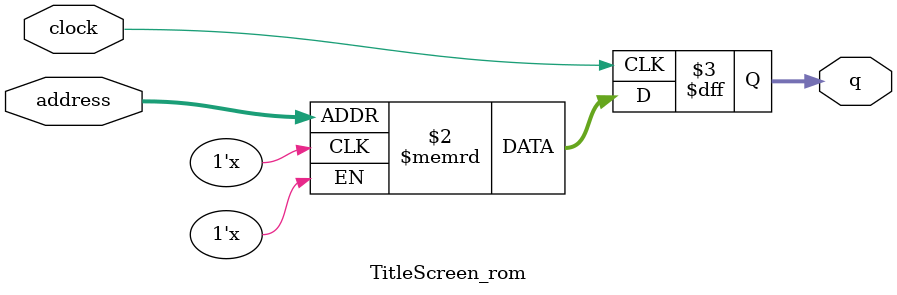
<source format=sv>
module TitleScreen_rom (
	input logic clock,
	input logic [13:0] address,
	output logic [1:0] q
);

logic [1:0] memory [0:15487] /* synthesis ram_init_file = "./TitleScreen/TitleScreen.mif" */;

always_ff @ (posedge clock) begin
	q <= memory[address];
end

endmodule

</source>
